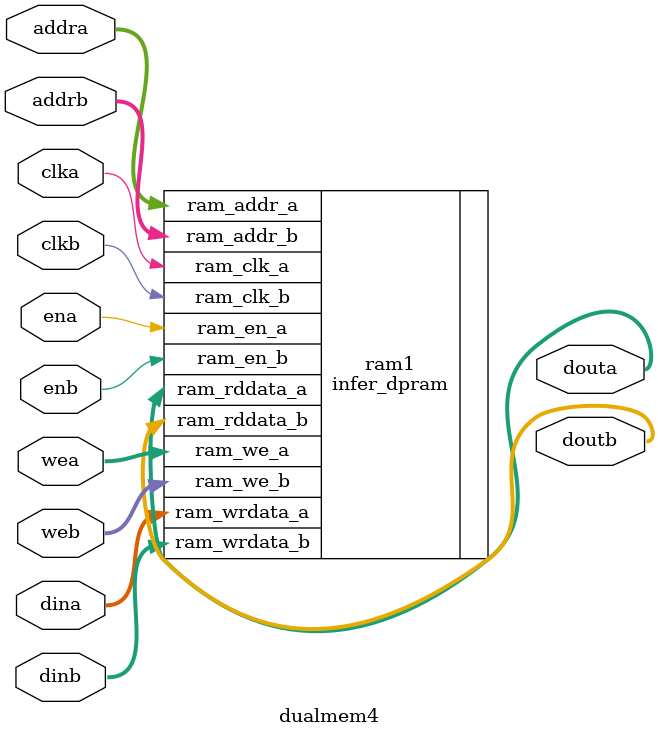
<source format=sv>

module dualmem4(clka, clkb, dina, dinb, addra, addrb, wea, web, douta, doutb, ena, enb);

   input wire clka, clkb;
   input [63:0] dina;
   input [63:0] dinb;
   input [10:0] addra;
   input [11:0] addrb;
   input [7:0]        wea;
   input [7:0]        web;
   input [0:0]        ena, enb;
   output [63:0]      douta;
   output [63:0]      doutb;

   genvar r;

`ifdef FPGA_TARGET_XILINX

// swap ports because we do not have RAMB16_S9_S4
//    
   for (r = 0; r < 8; r=r+1)
     begin
     RAMB16_S4_S9
     RAMB16_S4_S9_inst
       (
        .CLKB   ( clka                     ),     // Port A Clock
        .DOB    ( {douta[r*4+32 +: 4],douta[r*4 +: 4]} ),     // Port A 1-bit Data Output
        .DOPB   (                          ),
        .ADDRB  ( addra                    ),     // Port A 14-bit Address Input
        .DIB    ( {dina[r*4+32 +: 4],dina[r*4 +: 4]} ),     // Port A 1-bit Data Input
        .DIPB   ( 1'b0                     ),
        .ENB    ( ena                      ),     // Port A RAM Enable Input
        .SSRB   ( 1'b0                     ),     // Port A Synchronous Set/Reset Input
        .WEB    ( wea[r]                   ),     // Port A Write Enable Input
        .CLKA   ( clkb                     ),     // Port B Clock
        .DOA    ( doutb[r*8 +: 4]          ),     // Port B 1-bit Data Output
        .ADDRA  ( addrb                    ),     // Port B 14-bit Address Input
        .DIA    ( dinb[r*8 +: 4]           ),     // Port B 1-bit Data Input
        .ENA    ( enb                      ),     // Port B RAM Enable Input
        .SSRA   ( 1'b0                     ),     // Port B Synchronous Set/Reset Input
        .WEA    ( web[r]                   )      // Port B Write Enable Input
        );

      assign doutb[r*8+4 +: 4] = 4'b0;
      
     end

`else // !`ifdef FPGA

infer_dpram #(.RAM_SIZE(11), .BYTE_WIDTH(8)) ram1 // RAM_SIZE is in words
(
.ram_clk_a(clka),
.ram_en_a(ena),
.ram_we_a(wea),
.ram_addr_a(addra),
.ram_wrdata_a(dina),
.ram_rddata_a(douta),
.ram_clk_b(clkb),
.ram_en_b(enb),
.ram_we_b(web),
.ram_addr_b(addrb),
.ram_wrdata_b(dinb),
.ram_rddata_b(doutb)
 );
   
`endif
   
endmodule // dualmem

</source>
